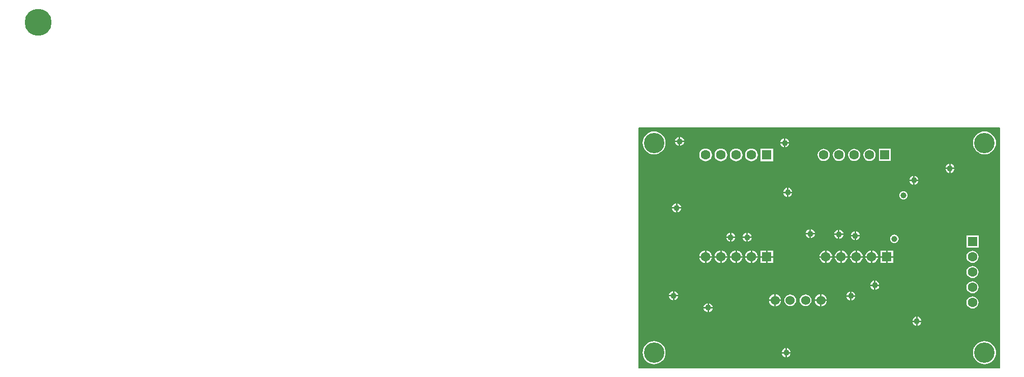
<source format=gbl>
G04 Layer_Physical_Order=2*
G04 Layer_Color=16711680*
%FSLAX25Y25*%
%MOIN*%
G70*
G01*
G75*
%ADD18C,0.00500*%
%ADD19C,0.06299*%
%ADD20R,0.06299X0.06299*%
%ADD21C,0.13386*%
%ADD22C,0.17716*%
%ADD23R,0.06299X0.06299*%
%ADD24C,0.06000*%
%ADD25C,0.03937*%
G36*
X236221Y0D02*
X0D01*
Y157480D01*
X236221D01*
Y0D01*
D02*
G37*
%LPC*%
G36*
X156521Y72335D02*
X152901D01*
Y68715D01*
X153485Y68792D01*
X154494Y69210D01*
X155361Y69875D01*
X156026Y70742D01*
X156444Y71751D01*
X156521Y72335D01*
D02*
G37*
G36*
X43161D02*
X39542D01*
X39619Y71751D01*
X40037Y70742D01*
X40702Y69875D01*
X41569Y69210D01*
X42578Y68792D01*
X43161Y68715D01*
Y72335D01*
D02*
G37*
G36*
X136521D02*
X132902D01*
Y68715D01*
X133485Y68792D01*
X134494Y69210D01*
X135361Y69875D01*
X136026Y70742D01*
X136444Y71751D01*
X136521Y72335D01*
D02*
G37*
G36*
X146521D02*
X142902D01*
Y68715D01*
X143485Y68792D01*
X144494Y69210D01*
X145361Y69875D01*
X146026Y70742D01*
X146444Y71751D01*
X146521Y72335D01*
D02*
G37*
G36*
X73161D02*
X69542D01*
X69619Y71751D01*
X70037Y70742D01*
X70702Y69875D01*
X71569Y69210D01*
X72578Y68792D01*
X73161Y68715D01*
Y72335D01*
D02*
G37*
G36*
X47781D02*
X44161D01*
Y68715D01*
X44745Y68792D01*
X45754Y69210D01*
X46621Y69875D01*
X47286Y70742D01*
X47704Y71751D01*
X47781Y72335D01*
D02*
G37*
G36*
X53161D02*
X49542D01*
X49619Y71751D01*
X50037Y70742D01*
X50702Y69875D01*
X51569Y69210D01*
X52578Y68792D01*
X53161Y68715D01*
Y72335D01*
D02*
G37*
G36*
X63161D02*
X59542D01*
X59619Y71751D01*
X60037Y70742D01*
X60702Y69875D01*
X61569Y69210D01*
X62578Y68792D01*
X63161Y68715D01*
Y72335D01*
D02*
G37*
G36*
X126521D02*
X122901D01*
Y68715D01*
X123485Y68792D01*
X124494Y69210D01*
X125361Y69875D01*
X126026Y70742D01*
X126444Y71751D01*
X126521Y72335D01*
D02*
G37*
G36*
X155028Y57062D02*
Y54634D01*
X157456D01*
X157420Y54909D01*
X157121Y55631D01*
X156645Y56251D01*
X156025Y56727D01*
X155303Y57026D01*
X155028Y57062D01*
D02*
G37*
G36*
X218504Y66818D02*
X217473Y66683D01*
X216512Y66285D01*
X215687Y65652D01*
X215054Y64827D01*
X214656Y63866D01*
X214520Y62835D01*
X214656Y61804D01*
X215054Y60843D01*
X215687Y60018D01*
X216512Y59385D01*
X217473Y58987D01*
X218504Y58851D01*
X219535Y58987D01*
X220496Y59385D01*
X221321Y60018D01*
X221954Y60843D01*
X222352Y61804D01*
X222488Y62835D01*
X222352Y63866D01*
X221954Y64827D01*
X221321Y65652D01*
X220496Y66285D01*
X219535Y66683D01*
X218504Y66818D01*
D02*
G37*
G36*
X157456Y53634D02*
X155028D01*
Y51206D01*
X155303Y51242D01*
X156025Y51541D01*
X156645Y52017D01*
X157121Y52637D01*
X157420Y53359D01*
X157456Y53634D01*
D02*
G37*
G36*
X154028Y57062D02*
X153753Y57026D01*
X153031Y56727D01*
X152410Y56251D01*
X151935Y55631D01*
X151636Y54909D01*
X151599Y54634D01*
X154028D01*
Y57062D01*
D02*
G37*
G36*
X161901Y72335D02*
X158252D01*
Y68685D01*
X161901D01*
Y72335D01*
D02*
G37*
G36*
X166551D02*
X162901D01*
Y68685D01*
X166551D01*
Y72335D01*
D02*
G37*
G36*
X83161D02*
X79512D01*
Y68685D01*
X83161D01*
Y72335D01*
D02*
G37*
G36*
X87811D02*
X84161D01*
Y68685D01*
X87811D01*
Y72335D01*
D02*
G37*
G36*
X63161Y76954D02*
X62578Y76877D01*
X61569Y76459D01*
X60702Y75794D01*
X60037Y74927D01*
X59619Y73918D01*
X59542Y73335D01*
X63161D01*
Y76954D01*
D02*
G37*
G36*
X43161D02*
X42578Y76877D01*
X41569Y76459D01*
X40702Y75794D01*
X40037Y74927D01*
X39619Y73918D01*
X39542Y73335D01*
X43161D01*
Y76954D01*
D02*
G37*
G36*
X161901Y76984D02*
X158252D01*
Y73335D01*
X161901D01*
Y76984D01*
D02*
G37*
G36*
X53161Y76954D02*
X52578Y76877D01*
X51569Y76459D01*
X50702Y75794D01*
X50037Y74927D01*
X49619Y73918D01*
X49542Y73335D01*
X53161D01*
Y76954D01*
D02*
G37*
G36*
X151901Y76954D02*
X151318Y76877D01*
X150309Y76459D01*
X149442Y75794D01*
X148777Y74927D01*
X148359Y73918D01*
X148282Y73335D01*
X151901D01*
Y76954D01*
D02*
G37*
G36*
X141902D02*
X141318Y76877D01*
X140309Y76459D01*
X139442Y75794D01*
X138777Y74927D01*
X138359Y73918D01*
X138282Y73335D01*
X141902D01*
Y76954D01*
D02*
G37*
G36*
X73161Y76954D02*
X72578Y76877D01*
X71569Y76459D01*
X70702Y75794D01*
X70037Y74927D01*
X69619Y73918D01*
X69542Y73335D01*
X73161D01*
Y76954D01*
D02*
G37*
G36*
X121902Y76954D02*
X121318Y76877D01*
X120309Y76459D01*
X119442Y75794D01*
X118777Y74927D01*
X118359Y73918D01*
X118282Y73335D01*
X121902D01*
Y76954D01*
D02*
G37*
G36*
X83161Y76984D02*
X79512D01*
Y73335D01*
X83161D01*
Y76984D01*
D02*
G37*
G36*
X77781Y72335D02*
X74161D01*
Y68715D01*
X74745Y68792D01*
X75754Y69210D01*
X76621Y69875D01*
X77286Y70742D01*
X77704Y71751D01*
X77781Y72335D01*
D02*
G37*
G36*
X121902D02*
X118282D01*
X118359Y71751D01*
X118777Y70742D01*
X119442Y69875D01*
X120309Y69210D01*
X121318Y68792D01*
X121902Y68715D01*
Y72335D01*
D02*
G37*
G36*
X57781D02*
X54161D01*
Y68715D01*
X54745Y68792D01*
X55754Y69210D01*
X56621Y69875D01*
X57286Y70742D01*
X57704Y71751D01*
X57781Y72335D01*
D02*
G37*
G36*
X67781D02*
X64161D01*
Y68715D01*
X64745Y68792D01*
X65754Y69210D01*
X66621Y69875D01*
X67286Y70742D01*
X67704Y71751D01*
X67781Y72335D01*
D02*
G37*
G36*
X151901D02*
X148282D01*
X148359Y71751D01*
X148777Y70742D01*
X149442Y69875D01*
X150309Y69210D01*
X151318Y68792D01*
X151901Y68715D01*
Y72335D01*
D02*
G37*
G36*
X218504Y76818D02*
X217473Y76683D01*
X216512Y76285D01*
X215687Y75652D01*
X215054Y74827D01*
X214656Y73866D01*
X214520Y72835D01*
X214656Y71804D01*
X215054Y70843D01*
X215687Y70018D01*
X216512Y69385D01*
X217473Y68987D01*
X218504Y68851D01*
X219535Y68987D01*
X220496Y69385D01*
X221321Y70018D01*
X221954Y70843D01*
X222352Y71804D01*
X222488Y72835D01*
X222352Y73866D01*
X221954Y74827D01*
X221321Y75652D01*
X220496Y76285D01*
X219535Y76683D01*
X218504Y76818D01*
D02*
G37*
G36*
X131902Y72335D02*
X128282D01*
X128359Y71751D01*
X128777Y70742D01*
X129442Y69875D01*
X130309Y69210D01*
X131318Y68792D01*
X131902Y68715D01*
Y72335D01*
D02*
G37*
G36*
X141902D02*
X138282D01*
X138359Y71751D01*
X138777Y70742D01*
X139442Y69875D01*
X140309Y69210D01*
X141318Y68792D01*
X141902Y68715D01*
Y72335D01*
D02*
G37*
G36*
X154028Y53634D02*
X151599D01*
X151636Y53359D01*
X151935Y52637D01*
X152410Y52017D01*
X153031Y51541D01*
X153753Y51242D01*
X154028Y51206D01*
Y53634D01*
D02*
G37*
G36*
X48204Y38870D02*
X45776D01*
Y36442D01*
X46051Y36478D01*
X46773Y36777D01*
X47393Y37253D01*
X47869Y37873D01*
X48168Y38595D01*
X48204Y38870D01*
D02*
G37*
G36*
X218504Y46818D02*
X217473Y46683D01*
X216512Y46285D01*
X215687Y45652D01*
X215054Y44826D01*
X214656Y43866D01*
X214520Y42835D01*
X214656Y41804D01*
X215054Y40843D01*
X215687Y40018D01*
X216512Y39385D01*
X217473Y38987D01*
X218504Y38851D01*
X219535Y38987D01*
X220496Y39385D01*
X221321Y40018D01*
X221954Y40843D01*
X222352Y41804D01*
X222488Y42835D01*
X222352Y43866D01*
X221954Y44826D01*
X221321Y45652D01*
X220496Y46285D01*
X219535Y46683D01*
X218504Y46818D01*
D02*
G37*
G36*
X182587Y33440D02*
Y31012D01*
X185015D01*
X184979Y31287D01*
X184680Y32009D01*
X184204Y32629D01*
X183584Y33105D01*
X182862Y33404D01*
X182587Y33440D01*
D02*
G37*
G36*
X44776Y38870D02*
X42347D01*
X42384Y38595D01*
X42683Y37873D01*
X43158Y37253D01*
X43778Y36777D01*
X44501Y36478D01*
X44776Y36442D01*
Y38870D01*
D02*
G37*
G36*
X93063Y43791D02*
X89595D01*
Y40323D01*
X90139Y40394D01*
X91112Y40797D01*
X91947Y41438D01*
X92589Y42274D01*
X92992Y43247D01*
X93063Y43791D01*
D02*
G37*
G36*
X123063D02*
X119595D01*
Y40323D01*
X120139Y40394D01*
X121112Y40797D01*
X121947Y41438D01*
X122589Y42274D01*
X122992Y43247D01*
X123063Y43791D01*
D02*
G37*
G36*
X44776Y42298D02*
X44501Y42262D01*
X43778Y41963D01*
X43158Y41487D01*
X42683Y40867D01*
X42384Y40145D01*
X42347Y39870D01*
X44776D01*
Y42298D01*
D02*
G37*
G36*
X45776D02*
Y39870D01*
X48204D01*
X48168Y40145D01*
X47869Y40867D01*
X47393Y41487D01*
X46773Y41963D01*
X46051Y42262D01*
X45776Y42298D01*
D02*
G37*
G36*
X181587Y33440D02*
X181312Y33404D01*
X180590Y33105D01*
X179970Y32629D01*
X179494Y32009D01*
X179194Y31287D01*
X179158Y31012D01*
X181587D01*
Y33440D01*
D02*
G37*
G36*
X95957Y9342D02*
X93528D01*
X93565Y9068D01*
X93864Y8345D01*
X94340Y7725D01*
X94960Y7249D01*
X95682Y6950D01*
X95957Y6914D01*
Y9342D01*
D02*
G37*
G36*
X99385D02*
X96957D01*
Y6914D01*
X97232Y6950D01*
X97954Y7249D01*
X98574Y7725D01*
X99050Y8345D01*
X99349Y9068D01*
X99385Y9342D01*
D02*
G37*
G36*
X9843Y17372D02*
X8374Y17227D01*
X6961Y16799D01*
X5660Y16103D01*
X4519Y15166D01*
X3582Y14026D01*
X2887Y12724D01*
X2458Y11311D01*
X2313Y9843D01*
X2458Y8374D01*
X2887Y6961D01*
X3582Y5660D01*
X4519Y4519D01*
X5660Y3582D01*
X6961Y2887D01*
X8374Y2458D01*
X9843Y2313D01*
X11311Y2458D01*
X12724Y2887D01*
X14026Y3582D01*
X15166Y4519D01*
X16103Y5660D01*
X16799Y6961D01*
X17227Y8374D01*
X17372Y9843D01*
X17227Y11311D01*
X16799Y12724D01*
X16103Y14026D01*
X15166Y15166D01*
X14026Y16103D01*
X12724Y16799D01*
X11311Y17227D01*
X9843Y17372D01*
D02*
G37*
G36*
X226378D02*
X224909Y17227D01*
X223497Y16799D01*
X222195Y16103D01*
X221054Y15166D01*
X220118Y14026D01*
X219422Y12724D01*
X218993Y11311D01*
X218849Y9843D01*
X218993Y8374D01*
X219422Y6961D01*
X220118Y5660D01*
X221054Y4519D01*
X222195Y3582D01*
X223497Y2887D01*
X224909Y2458D01*
X226378Y2313D01*
X227847Y2458D01*
X229259Y2887D01*
X230561Y3582D01*
X231702Y4519D01*
X232638Y5660D01*
X233334Y6961D01*
X233762Y8374D01*
X233907Y9843D01*
X233762Y11311D01*
X233334Y12724D01*
X232638Y14026D01*
X231702Y15166D01*
X230561Y16103D01*
X229259Y16799D01*
X227847Y17227D01*
X226378Y17372D01*
D02*
G37*
G36*
X181587Y30012D02*
X179158D01*
X179194Y29737D01*
X179494Y29015D01*
X179970Y28395D01*
X180590Y27919D01*
X181312Y27620D01*
X181587Y27584D01*
Y30012D01*
D02*
G37*
G36*
X185015D02*
X182587D01*
Y27584D01*
X182862Y27620D01*
X183584Y27919D01*
X184204Y28395D01*
X184680Y29015D01*
X184979Y29737D01*
X185015Y30012D01*
D02*
G37*
G36*
X95957Y12771D02*
X95682Y12735D01*
X94960Y12436D01*
X94340Y11960D01*
X93864Y11340D01*
X93565Y10617D01*
X93528Y10343D01*
X95957D01*
Y12771D01*
D02*
G37*
G36*
X96957D02*
Y10343D01*
X99385D01*
X99349Y10617D01*
X99050Y11340D01*
X98574Y11960D01*
X97954Y12436D01*
X97232Y12735D01*
X96957Y12771D01*
D02*
G37*
G36*
X89595Y48260D02*
Y44791D01*
X93063D01*
X92992Y45336D01*
X92589Y46309D01*
X91947Y47144D01*
X91112Y47785D01*
X90139Y48188D01*
X89595Y48260D01*
D02*
G37*
G36*
X138279Y50015D02*
X138005Y49979D01*
X137283Y49680D01*
X136662Y49204D01*
X136187Y48584D01*
X135887Y47861D01*
X135851Y47587D01*
X138279D01*
Y50015D01*
D02*
G37*
G36*
X88595Y48260D02*
X88050Y48188D01*
X87077Y47785D01*
X86242Y47144D01*
X85601Y46309D01*
X85197Y45336D01*
X85126Y44791D01*
X88595D01*
Y48260D01*
D02*
G37*
G36*
X119595Y48260D02*
Y44791D01*
X123063D01*
X122992Y45336D01*
X122589Y46309D01*
X121947Y47144D01*
X121112Y47785D01*
X120139Y48188D01*
X119595Y48260D01*
D02*
G37*
G36*
X23138Y50172D02*
Y47744D01*
X25566D01*
X25530Y48019D01*
X25231Y48741D01*
X24755Y49361D01*
X24135Y49837D01*
X23413Y50136D01*
X23138Y50172D01*
D02*
G37*
G36*
X218504Y56818D02*
X217473Y56683D01*
X216512Y56285D01*
X215687Y55651D01*
X215054Y54826D01*
X214656Y53866D01*
X214520Y52835D01*
X214656Y51804D01*
X215054Y50843D01*
X215687Y50018D01*
X216512Y49385D01*
X217473Y48987D01*
X218504Y48851D01*
X219535Y48987D01*
X220496Y49385D01*
X221321Y50018D01*
X221954Y50843D01*
X222352Y51804D01*
X222488Y52835D01*
X222352Y53866D01*
X221954Y54826D01*
X221321Y55651D01*
X220496Y56285D01*
X219535Y56683D01*
X218504Y56818D01*
D02*
G37*
G36*
X139279Y50015D02*
Y47587D01*
X141708D01*
X141672Y47861D01*
X141373Y48584D01*
X140897Y49204D01*
X140277Y49680D01*
X139555Y49979D01*
X139279Y50015D01*
D02*
G37*
G36*
X22138Y50172D02*
X21863Y50136D01*
X21141Y49837D01*
X20521Y49361D01*
X20045Y48741D01*
X19746Y48019D01*
X19710Y47744D01*
X22138D01*
Y50172D01*
D02*
G37*
G36*
X118595Y48260D02*
X118050Y48188D01*
X117077Y47785D01*
X116242Y47144D01*
X115601Y46309D01*
X115197Y45336D01*
X115126Y44791D01*
X118595D01*
Y48260D01*
D02*
G37*
G36*
X99094Y48124D02*
X98102Y47993D01*
X97178Y47611D01*
X96384Y47001D01*
X95775Y46208D01*
X95392Y45283D01*
X95262Y44291D01*
X95392Y43299D01*
X95775Y42375D01*
X96384Y41581D01*
X97178Y40972D01*
X98102Y40589D01*
X99094Y40459D01*
X100086Y40589D01*
X101011Y40972D01*
X101805Y41581D01*
X102414Y42375D01*
X102797Y43299D01*
X102927Y44291D01*
X102797Y45283D01*
X102414Y46208D01*
X101805Y47001D01*
X101011Y47611D01*
X100086Y47993D01*
X99094Y48124D01*
D02*
G37*
G36*
X109095D02*
X108103Y47993D01*
X107178Y47611D01*
X106384Y47001D01*
X105775Y46208D01*
X105392Y45283D01*
X105262Y44291D01*
X105392Y43299D01*
X105775Y42375D01*
X106384Y41581D01*
X107178Y40972D01*
X108103Y40589D01*
X109095Y40459D01*
X110087Y40589D01*
X111011Y40972D01*
X111805Y41581D01*
X112414Y42375D01*
X112797Y43299D01*
X112927Y44291D01*
X112797Y45283D01*
X112414Y46208D01*
X111805Y47001D01*
X111011Y47611D01*
X110087Y47993D01*
X109095Y48124D01*
D02*
G37*
G36*
X88595Y43791D02*
X85126D01*
X85197Y43247D01*
X85601Y42274D01*
X86242Y41438D01*
X87077Y40797D01*
X88050Y40394D01*
X88595Y40323D01*
Y43791D01*
D02*
G37*
G36*
X118595D02*
X115126D01*
X115197Y43247D01*
X115601Y42274D01*
X116242Y41438D01*
X117077Y40797D01*
X118050Y40394D01*
X118595Y40323D01*
Y43791D01*
D02*
G37*
G36*
X22138Y46744D02*
X19710D01*
X19746Y46469D01*
X20045Y45747D01*
X20521Y45127D01*
X21141Y44651D01*
X21863Y44352D01*
X22138Y44316D01*
Y46744D01*
D02*
G37*
G36*
X25566D02*
X23138D01*
Y44316D01*
X23413Y44352D01*
X24135Y44651D01*
X24755Y45127D01*
X25231Y45747D01*
X25530Y46469D01*
X25566Y46744D01*
D02*
G37*
G36*
X138279Y46587D02*
X135851D01*
X135887Y46312D01*
X136187Y45590D01*
X136662Y44969D01*
X137283Y44494D01*
X138005Y44194D01*
X138279Y44158D01*
Y46587D01*
D02*
G37*
G36*
X141708D02*
X139279D01*
Y44158D01*
X139555Y44194D01*
X140277Y44494D01*
X140897Y44969D01*
X141373Y45590D01*
X141672Y46312D01*
X141708Y46587D01*
D02*
G37*
G36*
X203240Y130405D02*
X200812D01*
X200848Y130131D01*
X201147Y129408D01*
X201623Y128788D01*
X202243Y128313D01*
X202965Y128013D01*
X203240Y127977D01*
Y130405D01*
D02*
G37*
G36*
X206668D02*
X204240D01*
Y127977D01*
X204515Y128013D01*
X205237Y128313D01*
X205857Y128788D01*
X206333Y129408D01*
X206632Y130131D01*
X206668Y130405D01*
D02*
G37*
G36*
X179618Y125960D02*
X179343Y125924D01*
X178621Y125625D01*
X178001Y125149D01*
X177525Y124529D01*
X177226Y123806D01*
X177190Y123531D01*
X179618D01*
Y125960D01*
D02*
G37*
G36*
X180618D02*
Y123531D01*
X183046D01*
X183010Y123806D01*
X182711Y124529D01*
X182235Y125149D01*
X181615Y125625D01*
X180893Y125924D01*
X180618Y125960D01*
D02*
G37*
G36*
X43661Y143949D02*
X42578Y143807D01*
X41569Y143388D01*
X40702Y142723D01*
X40037Y141857D01*
X39619Y140847D01*
X39476Y139764D01*
X39619Y138681D01*
X40037Y137671D01*
X40702Y136804D01*
X41569Y136139D01*
X42578Y135721D01*
X43661Y135578D01*
X44745Y135721D01*
X45754Y136139D01*
X46621Y136804D01*
X47286Y137671D01*
X47704Y138681D01*
X47847Y139764D01*
X47704Y140847D01*
X47286Y141857D01*
X46621Y142723D01*
X45754Y143388D01*
X44745Y143807D01*
X43661Y143949D01*
D02*
G37*
G36*
X53661D02*
X52578Y143807D01*
X51569Y143388D01*
X50702Y142723D01*
X50037Y141857D01*
X49619Y140847D01*
X49476Y139764D01*
X49619Y138681D01*
X50037Y137671D01*
X50702Y136804D01*
X51569Y136139D01*
X52578Y135721D01*
X53661Y135578D01*
X54745Y135721D01*
X55754Y136139D01*
X56621Y136804D01*
X57286Y137671D01*
X57704Y138681D01*
X57847Y139764D01*
X57704Y140847D01*
X57286Y141857D01*
X56621Y142723D01*
X55754Y143388D01*
X54745Y143807D01*
X53661Y143949D01*
D02*
G37*
G36*
X203240Y133834D02*
X202965Y133798D01*
X202243Y133499D01*
X201623Y133023D01*
X201147Y132403D01*
X200848Y131680D01*
X200812Y131405D01*
X203240D01*
Y133834D01*
D02*
G37*
G36*
X204240D02*
Y131405D01*
X206668D01*
X206632Y131680D01*
X206333Y132403D01*
X205857Y133023D01*
X205237Y133499D01*
X204515Y133798D01*
X204240Y133834D01*
D02*
G37*
G36*
X183046Y122531D02*
X180618D01*
Y120103D01*
X180893Y120139D01*
X181615Y120439D01*
X182235Y120914D01*
X182711Y121534D01*
X183010Y122257D01*
X183046Y122531D01*
D02*
G37*
G36*
X173228Y115981D02*
X172506Y115886D01*
X171832Y115607D01*
X171254Y115164D01*
X170810Y114585D01*
X170531Y113912D01*
X170436Y113189D01*
X170531Y112466D01*
X170810Y111793D01*
X171254Y111214D01*
X171832Y110771D01*
X172506Y110492D01*
X173228Y110397D01*
X173951Y110492D01*
X174625Y110771D01*
X175203Y111214D01*
X175647Y111793D01*
X175926Y112466D01*
X176021Y113189D01*
X175926Y113912D01*
X175647Y114585D01*
X175203Y115164D01*
X174625Y115607D01*
X173951Y115886D01*
X173228Y115981D01*
D02*
G37*
G36*
X96941Y114657D02*
X94513D01*
X94549Y114383D01*
X94848Y113660D01*
X95324Y113040D01*
X95944Y112565D01*
X96666Y112265D01*
X96941Y112229D01*
Y114657D01*
D02*
G37*
G36*
X24106Y107850D02*
X23831Y107813D01*
X23109Y107514D01*
X22489Y107038D01*
X22013Y106418D01*
X21714Y105696D01*
X21678Y105421D01*
X24106D01*
Y107850D01*
D02*
G37*
G36*
X25106D02*
Y105421D01*
X27535D01*
X27498Y105696D01*
X27199Y106418D01*
X26724Y107038D01*
X26103Y107514D01*
X25381Y107813D01*
X25106Y107850D01*
D02*
G37*
G36*
X97941Y118086D02*
Y115657D01*
X100369D01*
X100333Y115932D01*
X100034Y116655D01*
X99558Y117275D01*
X98938Y117751D01*
X98216Y118050D01*
X97941Y118086D01*
D02*
G37*
G36*
X179618Y122531D02*
X177190D01*
X177226Y122257D01*
X177525Y121534D01*
X178001Y120914D01*
X178621Y120439D01*
X179343Y120139D01*
X179618Y120103D01*
Y122531D01*
D02*
G37*
G36*
X100369Y114657D02*
X97941D01*
Y112229D01*
X98216Y112265D01*
X98938Y112565D01*
X99558Y113040D01*
X100034Y113660D01*
X100333Y114383D01*
X100369Y114657D01*
D02*
G37*
G36*
X96941Y118086D02*
X96666Y118050D01*
X95944Y117751D01*
X95324Y117275D01*
X94848Y116655D01*
X94549Y115932D01*
X94513Y115657D01*
X96941D01*
Y118086D01*
D02*
G37*
G36*
X63661Y143949D02*
X62578Y143807D01*
X61569Y143388D01*
X60702Y142723D01*
X60037Y141857D01*
X59619Y140847D01*
X59476Y139764D01*
X59619Y138681D01*
X60037Y137671D01*
X60702Y136804D01*
X61569Y136139D01*
X62578Y135721D01*
X63661Y135578D01*
X64745Y135721D01*
X65754Y136139D01*
X66621Y136804D01*
X67286Y137671D01*
X67704Y138681D01*
X67847Y139764D01*
X67704Y140847D01*
X67286Y141857D01*
X66621Y142723D01*
X65754Y143388D01*
X64745Y143807D01*
X63661Y143949D01*
D02*
G37*
G36*
X26075Y148122D02*
X23647D01*
X23683Y147847D01*
X23982Y147125D01*
X24458Y146505D01*
X25078Y146029D01*
X25800Y145730D01*
X26075Y145694D01*
Y148122D01*
D02*
G37*
G36*
X29503D02*
X27075D01*
Y145694D01*
X27350Y145730D01*
X28072Y146029D01*
X28692Y146505D01*
X29168Y147125D01*
X29467Y147847D01*
X29503Y148122D01*
D02*
G37*
G36*
X94972Y147138D02*
X92544D01*
X92580Y146863D01*
X92879Y146141D01*
X93355Y145521D01*
X93975Y145045D01*
X94697Y144746D01*
X94972Y144710D01*
Y147138D01*
D02*
G37*
G36*
X98401D02*
X95972D01*
Y144710D01*
X96247Y144746D01*
X96969Y145045D01*
X97590Y145521D01*
X98065Y146141D01*
X98365Y146863D01*
X98401Y147138D01*
D02*
G37*
G36*
X26075Y151550D02*
X25800Y151514D01*
X25078Y151215D01*
X24458Y150739D01*
X23982Y150119D01*
X23683Y149397D01*
X23647Y149122D01*
X26075D01*
Y151550D01*
D02*
G37*
G36*
X27075D02*
Y149122D01*
X29503D01*
X29467Y149397D01*
X29168Y150119D01*
X28692Y150739D01*
X28072Y151215D01*
X27350Y151514D01*
X27075Y151550D01*
D02*
G37*
G36*
X94972Y150566D02*
X94697Y150530D01*
X93975Y150231D01*
X93355Y149755D01*
X92879Y149135D01*
X92580Y148413D01*
X92544Y148138D01*
X94972D01*
Y150566D01*
D02*
G37*
G36*
X95972D02*
Y148138D01*
X98401D01*
X98365Y148413D01*
X98065Y149135D01*
X97590Y149755D01*
X96969Y150231D01*
X96247Y150530D01*
X95972Y150566D01*
D02*
G37*
G36*
X226378Y155167D02*
X224909Y155022D01*
X223497Y154594D01*
X222195Y153898D01*
X221054Y152962D01*
X220118Y151821D01*
X219422Y150519D01*
X218993Y149107D01*
X218849Y147638D01*
X218993Y146169D01*
X219422Y144756D01*
X220118Y143455D01*
X221054Y142314D01*
X222195Y141377D01*
X223497Y140682D01*
X224909Y140253D01*
X226378Y140109D01*
X227847Y140253D01*
X229259Y140682D01*
X230561Y141377D01*
X231702Y142314D01*
X232638Y143455D01*
X233334Y144756D01*
X233762Y146169D01*
X233907Y147638D01*
X233762Y149107D01*
X233334Y150519D01*
X232638Y151821D01*
X231702Y152962D01*
X230561Y153898D01*
X229259Y154594D01*
X227847Y155022D01*
X226378Y155167D01*
D02*
G37*
G36*
X121063Y143747D02*
X120032Y143612D01*
X119071Y143214D01*
X118246Y142581D01*
X117613Y141756D01*
X117215Y140795D01*
X117079Y139764D01*
X117215Y138733D01*
X117613Y137772D01*
X118246Y136947D01*
X119071Y136314D01*
X120032Y135916D01*
X121063Y135780D01*
X122094Y135916D01*
X123055Y136314D01*
X123880Y136947D01*
X124513Y137772D01*
X124911Y138733D01*
X125047Y139764D01*
X124911Y140795D01*
X124513Y141756D01*
X123880Y142581D01*
X123055Y143214D01*
X122094Y143612D01*
X121063Y143747D01*
D02*
G37*
G36*
X131063D02*
X130032Y143612D01*
X129071Y143214D01*
X128246Y142581D01*
X127613Y141756D01*
X127215Y140795D01*
X127079Y139764D01*
X127215Y138733D01*
X127613Y137772D01*
X128246Y136947D01*
X129071Y136314D01*
X130032Y135916D01*
X131063Y135780D01*
X132094Y135916D01*
X133055Y136314D01*
X133880Y136947D01*
X134513Y137772D01*
X134911Y138733D01*
X135047Y139764D01*
X134911Y140795D01*
X134513Y141756D01*
X133880Y142581D01*
X133055Y143214D01*
X132094Y143612D01*
X131063Y143747D01*
D02*
G37*
G36*
X73661Y143949D02*
X72578Y143807D01*
X71569Y143388D01*
X70702Y142723D01*
X70037Y141857D01*
X69619Y140847D01*
X69476Y139764D01*
X69619Y138681D01*
X70037Y137671D01*
X70702Y136804D01*
X71569Y136139D01*
X72578Y135721D01*
X73661Y135578D01*
X74745Y135721D01*
X75754Y136139D01*
X76621Y136804D01*
X77286Y137671D01*
X77704Y138681D01*
X77847Y139764D01*
X77704Y140847D01*
X77286Y141857D01*
X76621Y142723D01*
X75754Y143388D01*
X74745Y143807D01*
X73661Y143949D01*
D02*
G37*
G36*
X87811Y143913D02*
X79512D01*
Y135614D01*
X87811D01*
Y143913D01*
D02*
G37*
G36*
X165013Y143713D02*
X157113D01*
Y135814D01*
X165013D01*
Y143713D01*
D02*
G37*
G36*
X9843Y155167D02*
X8374Y155022D01*
X6961Y154594D01*
X5660Y153898D01*
X4519Y152962D01*
X3582Y151821D01*
X2887Y150519D01*
X2458Y149107D01*
X2313Y147638D01*
X2458Y146169D01*
X2887Y144756D01*
X3582Y143455D01*
X4519Y142314D01*
X5660Y141377D01*
X6961Y140682D01*
X8374Y140253D01*
X9843Y140109D01*
X11311Y140253D01*
X12724Y140682D01*
X14026Y141377D01*
X15166Y142314D01*
X16103Y143455D01*
X16799Y144756D01*
X17227Y146169D01*
X17372Y147638D01*
X17227Y149107D01*
X16799Y150519D01*
X16103Y151821D01*
X15166Y152962D01*
X14026Y153898D01*
X12724Y154594D01*
X11311Y155022D01*
X9843Y155167D01*
D02*
G37*
G36*
X141063Y143747D02*
X140032Y143612D01*
X139071Y143214D01*
X138246Y142581D01*
X137613Y141756D01*
X137215Y140795D01*
X137079Y139764D01*
X137215Y138733D01*
X137613Y137772D01*
X138246Y136947D01*
X139071Y136314D01*
X140032Y135916D01*
X141063Y135780D01*
X142094Y135916D01*
X143055Y136314D01*
X143880Y136947D01*
X144513Y137772D01*
X144911Y138733D01*
X145047Y139764D01*
X144911Y140795D01*
X144513Y141756D01*
X143880Y142581D01*
X143055Y143214D01*
X142094Y143612D01*
X141063Y143747D01*
D02*
G37*
G36*
X151063D02*
X150032Y143612D01*
X149071Y143214D01*
X148246Y142581D01*
X147613Y141756D01*
X147215Y140795D01*
X147079Y139764D01*
X147215Y138733D01*
X147613Y137772D01*
X148246Y136947D01*
X149071Y136314D01*
X150032Y135916D01*
X151063Y135780D01*
X152094Y135916D01*
X153055Y136314D01*
X153880Y136947D01*
X154513Y137772D01*
X154911Y138733D01*
X155047Y139764D01*
X154911Y140795D01*
X154513Y141756D01*
X153880Y142581D01*
X153055Y143214D01*
X152094Y143612D01*
X151063Y143747D01*
D02*
G37*
G36*
X222453Y86784D02*
X214554D01*
Y78885D01*
X222453D01*
Y86784D01*
D02*
G37*
G36*
X167323Y87438D02*
X166600Y87343D01*
X165927Y87064D01*
X165348Y86620D01*
X164904Y86042D01*
X164626Y85368D01*
X164530Y84646D01*
X164626Y83923D01*
X164904Y83249D01*
X165348Y82671D01*
X165927Y82227D01*
X166600Y81948D01*
X167323Y81853D01*
X168046Y81948D01*
X168719Y82227D01*
X169297Y82671D01*
X169741Y83249D01*
X170020Y83923D01*
X170115Y84646D01*
X170020Y85368D01*
X169741Y86042D01*
X169297Y86620D01*
X168719Y87064D01*
X168046Y87343D01*
X167323Y87438D01*
D02*
G37*
G36*
X44161Y76954D02*
Y73335D01*
X47781D01*
X47704Y73918D01*
X47286Y74927D01*
X46621Y75794D01*
X45754Y76459D01*
X44745Y76877D01*
X44161Y76954D01*
D02*
G37*
G36*
X87811Y76984D02*
X84161D01*
Y73335D01*
X87811D01*
Y76984D01*
D02*
G37*
G36*
X70366Y85130D02*
X67938D01*
X67974Y84855D01*
X68273Y84133D01*
X68749Y83513D01*
X69369Y83037D01*
X70091Y82738D01*
X70366Y82702D01*
Y85130D01*
D02*
G37*
G36*
X73794D02*
X71366D01*
Y82702D01*
X71641Y82738D01*
X72363Y83037D01*
X72983Y83513D01*
X73459Y84133D01*
X73758Y84855D01*
X73794Y85130D01*
D02*
G37*
G36*
X59539D02*
X57111D01*
X57147Y84855D01*
X57446Y84133D01*
X57922Y83513D01*
X58542Y83037D01*
X59264Y82738D01*
X59539Y82702D01*
Y85130D01*
D02*
G37*
G36*
X62968D02*
X60539D01*
Y82702D01*
X60814Y82738D01*
X61536Y83037D01*
X62156Y83513D01*
X62632Y84133D01*
X62932Y84855D01*
X62968Y85130D01*
D02*
G37*
G36*
X74161Y76954D02*
Y73335D01*
X77781D01*
X77704Y73918D01*
X77286Y74927D01*
X76621Y75794D01*
X75754Y76459D01*
X74745Y76877D01*
X74161Y76954D01*
D02*
G37*
G36*
X122901D02*
Y73335D01*
X126521D01*
X126444Y73918D01*
X126026Y74927D01*
X125361Y75794D01*
X124494Y76459D01*
X123485Y76877D01*
X122901Y76954D01*
D02*
G37*
G36*
X152901D02*
Y73335D01*
X156521D01*
X156444Y73918D01*
X156026Y74927D01*
X155361Y75794D01*
X154494Y76459D01*
X153485Y76877D01*
X152901Y76954D01*
D02*
G37*
G36*
X131902Y76954D02*
X131318Y76877D01*
X130309Y76459D01*
X129442Y75794D01*
X128777Y74927D01*
X128359Y73918D01*
X128282Y73335D01*
X131902D01*
Y76954D01*
D02*
G37*
G36*
X166551Y76984D02*
X162901D01*
Y73335D01*
X166551D01*
Y76984D01*
D02*
G37*
G36*
X64161Y76954D02*
Y73335D01*
X67781D01*
X67704Y73918D01*
X67286Y74927D01*
X66621Y75794D01*
X65754Y76459D01*
X64745Y76877D01*
X64161Y76954D01*
D02*
G37*
G36*
X54161D02*
Y73335D01*
X57781D01*
X57704Y73918D01*
X57286Y74927D01*
X56621Y75794D01*
X55754Y76459D01*
X54745Y76877D01*
X54161Y76954D01*
D02*
G37*
G36*
X142902D02*
Y73335D01*
X146521D01*
X146444Y73918D01*
X146026Y74927D01*
X145361Y75794D01*
X144494Y76459D01*
X143485Y76877D01*
X142902Y76954D01*
D02*
G37*
G36*
X132902D02*
Y73335D01*
X136521D01*
X136444Y73918D01*
X136026Y74927D01*
X135361Y75794D01*
X134494Y76459D01*
X133485Y76877D01*
X132902Y76954D01*
D02*
G37*
G36*
X141232Y86114D02*
X138804D01*
X138840Y85839D01*
X139139Y85117D01*
X139615Y84497D01*
X140235Y84021D01*
X140957Y83722D01*
X141232Y83686D01*
Y86114D01*
D02*
G37*
G36*
X130405Y90527D02*
X130131Y90491D01*
X129408Y90191D01*
X128788Y89716D01*
X128313Y89095D01*
X128013Y88373D01*
X127977Y88098D01*
X130405D01*
Y90527D01*
D02*
G37*
G36*
X131405D02*
Y88098D01*
X133834D01*
X133798Y88373D01*
X133499Y89095D01*
X133023Y89716D01*
X132403Y90191D01*
X131680Y90491D01*
X131405Y90527D01*
D02*
G37*
G36*
X141232Y89543D02*
X140957Y89506D01*
X140235Y89207D01*
X139615Y88731D01*
X139139Y88111D01*
X138840Y87389D01*
X138804Y87114D01*
X141232D01*
Y89543D01*
D02*
G37*
G36*
X142232D02*
Y87114D01*
X144661D01*
X144624Y87389D01*
X144325Y88111D01*
X143849Y88731D01*
X143229Y89207D01*
X142507Y89506D01*
X142232Y89543D01*
D02*
G37*
G36*
X24106Y104421D02*
X21678D01*
X21714Y104146D01*
X22013Y103424D01*
X22489Y102804D01*
X23109Y102328D01*
X23831Y102029D01*
X24106Y101993D01*
Y104421D01*
D02*
G37*
G36*
X27535D02*
X25106D01*
Y101993D01*
X25381Y102029D01*
X26103Y102328D01*
X26724Y102804D01*
X27199Y103424D01*
X27498Y104146D01*
X27535Y104421D01*
D02*
G37*
G36*
X111705Y90920D02*
X111430Y90884D01*
X110708Y90585D01*
X110088Y90109D01*
X109612Y89489D01*
X109313Y88767D01*
X109276Y88492D01*
X111705D01*
Y90920D01*
D02*
G37*
G36*
X112705D02*
Y88492D01*
X115133D01*
X115097Y88767D01*
X114798Y89489D01*
X114322Y90109D01*
X113702Y90585D01*
X112980Y90884D01*
X112705Y90920D01*
D02*
G37*
G36*
X71366Y88558D02*
Y86130D01*
X73794D01*
X73758Y86405D01*
X73459Y87127D01*
X72983Y87747D01*
X72363Y88223D01*
X71641Y88522D01*
X71366Y88558D01*
D02*
G37*
G36*
X133834Y87098D02*
X131405D01*
Y84670D01*
X131680Y84706D01*
X132403Y85005D01*
X133023Y85481D01*
X133499Y86101D01*
X133798Y86823D01*
X133834Y87098D01*
D02*
G37*
G36*
X111705Y87492D02*
X109276D01*
X109313Y87217D01*
X109612Y86495D01*
X110088Y85875D01*
X110708Y85399D01*
X111430Y85100D01*
X111705Y85064D01*
Y87492D01*
D02*
G37*
G36*
X144661Y86114D02*
X142232D01*
Y83686D01*
X142507Y83722D01*
X143229Y84021D01*
X143849Y84497D01*
X144325Y85117D01*
X144624Y85839D01*
X144661Y86114D01*
D02*
G37*
G36*
X130405Y87098D02*
X127977D01*
X128013Y86823D01*
X128313Y86101D01*
X128788Y85481D01*
X129408Y85005D01*
X130131Y84706D01*
X130405Y84670D01*
Y87098D01*
D02*
G37*
G36*
X60539Y88558D02*
Y86130D01*
X62968D01*
X62932Y86405D01*
X62632Y87127D01*
X62156Y87747D01*
X61536Y88223D01*
X60814Y88522D01*
X60539Y88558D01*
D02*
G37*
G36*
X70366D02*
X70091Y88522D01*
X69369Y88223D01*
X68749Y87747D01*
X68273Y87127D01*
X67974Y86405D01*
X67938Y86130D01*
X70366D01*
Y88558D01*
D02*
G37*
G36*
X115133Y87492D02*
X112705D01*
Y85064D01*
X112980Y85100D01*
X113702Y85399D01*
X114322Y85875D01*
X114798Y86495D01*
X115097Y87217D01*
X115133Y87492D01*
D02*
G37*
G36*
X59539Y88558D02*
X59264Y88522D01*
X58542Y88223D01*
X57922Y87747D01*
X57446Y87127D01*
X57147Y86405D01*
X57111Y86130D01*
X59539D01*
Y88558D01*
D02*
G37*
%LPD*%
D18*
X0Y157480D02*
X236221D01*
Y0D02*
Y157480D01*
X0Y0D02*
X236221D01*
X0D02*
Y157480D01*
D19*
X218504Y52835D02*
D03*
Y72835D02*
D03*
Y62835D02*
D03*
Y42835D02*
D03*
X43661Y72835D02*
D03*
X63661D02*
D03*
X73661D02*
D03*
X53661D02*
D03*
X122402D02*
D03*
X142402D02*
D03*
X152402D02*
D03*
X132402D02*
D03*
X43661Y139764D02*
D03*
X63661D02*
D03*
X73661D02*
D03*
X53661D02*
D03*
X121063D02*
D03*
X141063D02*
D03*
X151063D02*
D03*
X131063D02*
D03*
D20*
X218504Y82835D02*
D03*
D21*
X226378Y147638D02*
D03*
X9843D02*
D03*
Y9843D02*
D03*
X226378D02*
D03*
D22*
X-393898Y226772D02*
D03*
D23*
X83661Y72835D02*
D03*
X162402D02*
D03*
X83661Y139764D02*
D03*
X161063D02*
D03*
D24*
X119095Y44291D02*
D03*
X109095D02*
D03*
X99094D02*
D03*
X89095D02*
D03*
D25*
X26575Y148622D02*
D03*
X24606Y104921D02*
D03*
X96457Y9843D02*
D03*
X138779Y47087D02*
D03*
X154528Y54134D02*
D03*
X130905Y87598D02*
D03*
X141732Y86614D02*
D03*
X112205Y87992D02*
D03*
X70866Y85630D02*
D03*
X60039D02*
D03*
X167323Y84646D02*
D03*
X173228Y113189D02*
D03*
X45276Y39370D02*
D03*
X182087Y30512D02*
D03*
X203740Y130905D02*
D03*
X180118Y123031D02*
D03*
X97441Y115157D02*
D03*
X95472Y147638D02*
D03*
X22638Y47244D02*
D03*
M02*

</source>
